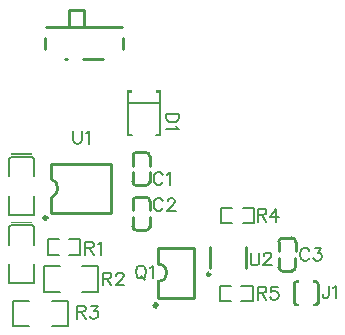
<source format=gto>
G04 Layer: TopSilkscreenLayer*
G04 EasyEDA v6.5.23, 2023-05-11 23:14:51*
G04 9144401c2488441e8b95ca08e647d0b0,10*
G04 Gerber Generator version 0.2*
G04 Scale: 100 percent, Rotated: No, Reflected: No *
G04 Dimensions in millimeters *
G04 leading zeros omitted , absolute positions ,4 integer and 5 decimal *
%FSLAX45Y45*%
%MOMM*%

%ADD10C,0.1524*%
%ADD11C,0.2540*%
%ADD12C,0.1520*%
%ADD13C,0.3000*%

%LPD*%
D10*
X1109835Y-2094786D02*
G01*
X1109835Y-2203752D01*
X1109835Y-2094786D02*
G01*
X1156571Y-2094786D01*
X1172319Y-2099866D01*
X1177399Y-2105200D01*
X1182733Y-2115614D01*
X1182733Y-2125774D01*
X1177399Y-2136188D01*
X1172319Y-2141522D01*
X1156571Y-2146602D01*
X1109835Y-2146602D01*
X1146157Y-2146602D02*
G01*
X1182733Y-2203752D01*
X1222103Y-2120694D02*
G01*
X1222103Y-2115614D01*
X1227437Y-2105200D01*
X1232517Y-2099866D01*
X1242931Y-2094786D01*
X1263759Y-2094786D01*
X1274173Y-2099866D01*
X1279253Y-2105200D01*
X1284587Y-2115614D01*
X1284587Y-2125774D01*
X1279253Y-2136188D01*
X1268839Y-2151936D01*
X1217023Y-2203752D01*
X1289667Y-2203752D01*
X889922Y-2374729D02*
G01*
X889922Y-2483695D01*
X889922Y-2374729D02*
G01*
X936658Y-2374729D01*
X952406Y-2379809D01*
X957486Y-2385143D01*
X962820Y-2395557D01*
X962820Y-2405717D01*
X957486Y-2416131D01*
X952406Y-2421465D01*
X936658Y-2426545D01*
X889922Y-2426545D01*
X926244Y-2426545D02*
G01*
X962820Y-2483695D01*
X1007524Y-2374729D02*
G01*
X1064674Y-2374729D01*
X1033432Y-2416131D01*
X1048926Y-2416131D01*
X1059340Y-2421465D01*
X1064674Y-2426545D01*
X1069754Y-2442293D01*
X1069754Y-2452707D01*
X1064674Y-2468201D01*
X1054260Y-2478615D01*
X1038512Y-2483695D01*
X1023018Y-2483695D01*
X1007524Y-2478615D01*
X1002190Y-2473281D01*
X997110Y-2462867D01*
X859998Y-894681D02*
G01*
X859998Y-972659D01*
X865078Y-988153D01*
X875492Y-998567D01*
X891240Y-1003647D01*
X901654Y-1003647D01*
X917148Y-998567D01*
X927562Y-988153D01*
X932642Y-972659D01*
X932642Y-894681D01*
X966932Y-915509D02*
G01*
X977346Y-910175D01*
X993094Y-894681D01*
X993094Y-1003647D01*
X1421229Y-2034682D02*
G01*
X1410815Y-2039762D01*
X1400401Y-2050176D01*
X1395067Y-2060590D01*
X1389987Y-2076338D01*
X1389987Y-2102246D01*
X1395067Y-2117740D01*
X1400401Y-2128154D01*
X1410815Y-2138568D01*
X1421229Y-2143648D01*
X1442057Y-2143648D01*
X1452217Y-2138568D01*
X1462631Y-2128154D01*
X1467965Y-2117740D01*
X1473045Y-2102246D01*
X1473045Y-2076338D01*
X1467965Y-2060590D01*
X1462631Y-2050176D01*
X1452217Y-2039762D01*
X1442057Y-2034682D01*
X1421229Y-2034682D01*
X1436723Y-2123074D02*
G01*
X1467965Y-2154062D01*
X1507335Y-2055510D02*
G01*
X1517749Y-2050176D01*
X1533497Y-2034682D01*
X1533497Y-2143648D01*
X2360005Y-1924667D02*
G01*
X2360005Y-2002645D01*
X2365085Y-2018139D01*
X2375499Y-2028553D01*
X2391247Y-2033633D01*
X2401661Y-2033633D01*
X2417155Y-2028553D01*
X2427569Y-2018139D01*
X2432649Y-2002645D01*
X2432649Y-1924667D01*
X2472273Y-1950575D02*
G01*
X2472273Y-1945495D01*
X2477353Y-1935081D01*
X2482687Y-1929747D01*
X2493101Y-1924667D01*
X2513675Y-1924667D01*
X2524089Y-1929747D01*
X2529423Y-1935081D01*
X2534503Y-1945495D01*
X2534503Y-1955909D01*
X2529423Y-1966323D01*
X2519009Y-1981817D01*
X2466939Y-2033633D01*
X2539837Y-2033633D01*
X1618030Y-1270601D02*
G01*
X1612696Y-1260187D01*
X1602282Y-1249773D01*
X1591868Y-1244693D01*
X1571294Y-1244693D01*
X1560880Y-1249773D01*
X1550466Y-1260187D01*
X1545132Y-1270601D01*
X1540052Y-1286349D01*
X1540052Y-1312257D01*
X1545132Y-1327751D01*
X1550466Y-1338165D01*
X1560880Y-1348579D01*
X1571294Y-1353659D01*
X1591868Y-1353659D01*
X1602282Y-1348579D01*
X1612696Y-1338165D01*
X1618030Y-1327751D01*
X1652320Y-1265521D02*
G01*
X1662734Y-1260187D01*
X1678228Y-1244693D01*
X1678228Y-1353659D01*
X1618030Y-1490565D02*
G01*
X1612696Y-1480151D01*
X1602282Y-1469737D01*
X1591868Y-1464657D01*
X1571294Y-1464657D01*
X1560880Y-1469737D01*
X1550466Y-1480151D01*
X1545132Y-1490565D01*
X1540052Y-1506313D01*
X1540052Y-1532221D01*
X1545132Y-1547715D01*
X1550466Y-1558129D01*
X1560880Y-1568543D01*
X1571294Y-1573877D01*
X1591868Y-1573877D01*
X1602282Y-1568543D01*
X1612696Y-1558129D01*
X1618030Y-1547715D01*
X1657400Y-1490565D02*
G01*
X1657400Y-1485485D01*
X1662734Y-1475071D01*
X1667814Y-1469737D01*
X1678228Y-1464657D01*
X1699056Y-1464657D01*
X1709470Y-1469737D01*
X1714550Y-1475071D01*
X1719884Y-1485485D01*
X1719884Y-1495899D01*
X1714550Y-1506313D01*
X1704136Y-1521807D01*
X1652320Y-1573877D01*
X1724964Y-1573877D01*
X2858058Y-1910681D02*
G01*
X2852724Y-1900267D01*
X2842310Y-1889853D01*
X2831896Y-1884773D01*
X2811068Y-1884773D01*
X2800908Y-1889853D01*
X2790494Y-1900267D01*
X2785160Y-1910681D01*
X2780080Y-1926175D01*
X2780080Y-1952083D01*
X2785160Y-1967831D01*
X2790494Y-1978245D01*
X2800908Y-1988659D01*
X2811068Y-1993739D01*
X2831896Y-1993739D01*
X2842310Y-1988659D01*
X2852724Y-1978245D01*
X2858058Y-1967831D01*
X2902508Y-1884773D02*
G01*
X2959658Y-1884773D01*
X2928670Y-1926175D01*
X2944164Y-1926175D01*
X2954578Y-1931509D01*
X2959658Y-1936589D01*
X2964992Y-1952083D01*
X2964992Y-1962497D01*
X2959658Y-1978245D01*
X2949498Y-1988659D01*
X2933750Y-1993739D01*
X2918256Y-1993739D01*
X2902508Y-1988659D01*
X2897428Y-1983325D01*
X2892348Y-1972911D01*
X959916Y-1834735D02*
G01*
X959916Y-1943701D01*
X959916Y-1834735D02*
G01*
X1006652Y-1834735D01*
X1022400Y-1839815D01*
X1027480Y-1845149D01*
X1032814Y-1855563D01*
X1032814Y-1865723D01*
X1027480Y-1876137D01*
X1022400Y-1881471D01*
X1006652Y-1886551D01*
X959916Y-1886551D01*
X996238Y-1886551D02*
G01*
X1032814Y-1943701D01*
X1067104Y-1855563D02*
G01*
X1077518Y-1850229D01*
X1093012Y-1834735D01*
X1093012Y-1943701D01*
X2419908Y-1554573D02*
G01*
X2419908Y-1663793D01*
X2419908Y-1554573D02*
G01*
X2466644Y-1554573D01*
X2482392Y-1559907D01*
X2487472Y-1564987D01*
X2492806Y-1575401D01*
X2492806Y-1585815D01*
X2487472Y-1596229D01*
X2482392Y-1601309D01*
X2466644Y-1606643D01*
X2419908Y-1606643D01*
X2456230Y-1606643D02*
G01*
X2492806Y-1663793D01*
X2578912Y-1554573D02*
G01*
X2527096Y-1627471D01*
X2604820Y-1627471D01*
X2578912Y-1554573D02*
G01*
X2578912Y-1663793D01*
X3022064Y-2204679D02*
G01*
X3022064Y-2287737D01*
X3016730Y-2303485D01*
X3011650Y-2308565D01*
X3001236Y-2313645D01*
X2990822Y-2313645D01*
X2980408Y-2308565D01*
X2975074Y-2303485D01*
X2969994Y-2287737D01*
X2969994Y-2277323D01*
X3056354Y-2225507D02*
G01*
X3066514Y-2220173D01*
X3082262Y-2204679D01*
X3082262Y-2313645D01*
X1753113Y-749985D02*
G01*
X1644147Y-749985D01*
X1753113Y-749985D02*
G01*
X1753113Y-786307D01*
X1748033Y-802055D01*
X1737619Y-812215D01*
X1727205Y-817549D01*
X1711457Y-822629D01*
X1685549Y-822629D01*
X1670055Y-817549D01*
X1659641Y-812215D01*
X1649227Y-802055D01*
X1644147Y-786307D01*
X1644147Y-749985D01*
X1732285Y-856919D02*
G01*
X1737619Y-867333D01*
X1753113Y-883081D01*
X1644147Y-883081D01*
X2419908Y-2214719D02*
G01*
X2419908Y-2323685D01*
X2419908Y-2214719D02*
G01*
X2466644Y-2214719D01*
X2482392Y-2219799D01*
X2487472Y-2225133D01*
X2492806Y-2235547D01*
X2492806Y-2245707D01*
X2487472Y-2256121D01*
X2482392Y-2261455D01*
X2466644Y-2266535D01*
X2419908Y-2266535D01*
X2456230Y-2266535D02*
G01*
X2492806Y-2323685D01*
X2589326Y-2214719D02*
G01*
X2537510Y-2214719D01*
X2532176Y-2261455D01*
X2537510Y-2256121D01*
X2553004Y-2251041D01*
X2568498Y-2251041D01*
X2584246Y-2256121D01*
X2594660Y-2266535D01*
X2599740Y-2282283D01*
X2599740Y-2292697D01*
X2594660Y-2308191D01*
X2584246Y-2318605D01*
X2568498Y-2323685D01*
X2553004Y-2323685D01*
X2537510Y-2318605D01*
X2532176Y-2313271D01*
X2527096Y-2302857D01*
G36*
X331368Y-1083157D02*
G01*
X331368Y-1098397D01*
X508609Y-1098397D01*
X508609Y-1083157D01*
G37*
G36*
X331368Y-1663141D02*
G01*
X331368Y-1678381D01*
X508609Y-1678381D01*
X508609Y-1663141D01*
G37*
G36*
X1561998Y-548995D02*
G01*
X1561998Y-576986D01*
X1601978Y-576021D01*
X1601978Y-548995D01*
G37*
G36*
X1316990Y-548995D02*
G01*
X1316990Y-576986D01*
X1357020Y-576986D01*
X1357020Y-548995D01*
G37*
D11*
X950013Y130566D02*
G01*
X950013Y-19433D01*
X820005Y130566D02*
G01*
X950013Y130566D01*
X940823Y-289425D02*
G01*
X1109197Y-289425D01*
X790823Y-289425D02*
G01*
X809203Y-289425D01*
X630013Y-19433D02*
G01*
X1270012Y-19433D01*
X1280015Y-108239D02*
G01*
X1280015Y-200619D01*
X620011Y-108239D02*
G01*
X620011Y-200619D01*
X820005Y-19433D02*
G01*
X820005Y130566D01*
D10*
X935118Y-2257905D02*
G01*
X1071110Y-2257905D01*
X1071110Y-2042086D01*
X935118Y-2042086D01*
X744877Y-2257905D02*
G01*
X608886Y-2257905D01*
X608886Y-2042086D01*
X744877Y-2042086D01*
X675119Y-2547904D02*
G01*
X811110Y-2547904D01*
X811110Y-2332085D01*
X675119Y-2332085D01*
X484878Y-2547904D02*
G01*
X348886Y-2547904D01*
X348886Y-2332085D01*
X484878Y-2332085D01*
X316136Y-1442620D02*
G01*
X316136Y-1606362D01*
X523862Y-1606362D01*
X523862Y-1442620D01*
X316136Y-1277383D02*
G01*
X316136Y-1128885D01*
X331378Y-1113642D01*
X508619Y-1113642D01*
X523862Y-1128885D01*
X523862Y-1277383D01*
X316136Y-2022619D02*
G01*
X316136Y-2186360D01*
X523862Y-2186360D01*
X523862Y-2022619D01*
X316136Y-1857382D02*
G01*
X316136Y-1708884D01*
X331378Y-1693641D01*
X508619Y-1693641D01*
X523862Y-1708884D01*
X523862Y-1857382D01*
D11*
X671398Y-1176596D02*
G01*
X1181404Y-1176596D01*
X1181379Y-1176596D02*
G01*
X1181379Y-1586603D01*
X1181379Y-1586603D02*
G01*
X671372Y-1586603D01*
X671398Y-1301589D02*
G01*
X671398Y-1176596D01*
X671398Y-1461609D02*
G01*
X671398Y-1586603D01*
X1579981Y-2310815D02*
G01*
X1879996Y-2310815D01*
X1879996Y-1884095D01*
X1876287Y-1884095D02*
G01*
X1579996Y-1884095D01*
X1579981Y-2023795D02*
G01*
X1579981Y-1884095D01*
X1579981Y-2310815D02*
G01*
X1579981Y-2171115D01*
X2324986Y-1879996D02*
G01*
X2324986Y-2059998D01*
X2014984Y-1879996D02*
G01*
X2014984Y-2059998D01*
X1394411Y-1077498D02*
G01*
X1474414Y-1077498D01*
X1363426Y-1188473D02*
G01*
X1363426Y-1108476D01*
X1505391Y-1188473D02*
G01*
X1505391Y-1108476D01*
X1362844Y-1246063D02*
G01*
X1362844Y-1326062D01*
X1393827Y-1357045D02*
G01*
X1473824Y-1357045D01*
X1504805Y-1246063D02*
G01*
X1504805Y-1326062D01*
X1474365Y-1736501D02*
G01*
X1394363Y-1736501D01*
X1505351Y-1625526D02*
G01*
X1505351Y-1705523D01*
X1363385Y-1625526D02*
G01*
X1363385Y-1705523D01*
X1505932Y-1567936D02*
G01*
X1505932Y-1487937D01*
X1474950Y-1456954D02*
G01*
X1394952Y-1456954D01*
X1363972Y-1567936D02*
G01*
X1363972Y-1487937D01*
X2630121Y-1800890D02*
G01*
X2710124Y-1800890D01*
X2599136Y-1911865D02*
G01*
X2599136Y-1831868D01*
X2741101Y-1911865D02*
G01*
X2741101Y-1831868D01*
X2598554Y-1969455D02*
G01*
X2598554Y-2049454D01*
X2629537Y-2080437D02*
G01*
X2709534Y-2080437D01*
X2740515Y-1969455D02*
G01*
X2740515Y-2049454D01*
D10*
X822706Y-1946008D02*
G01*
X918593Y-1946008D01*
X918593Y-1813887D01*
X822706Y-1813887D01*
X737463Y-1946008D02*
G01*
X641576Y-1946008D01*
X641576Y-1813887D01*
X737463Y-1813887D01*
X2292603Y-1676006D02*
G01*
X2388491Y-1676006D01*
X2388491Y-1543885D01*
X2292603Y-1543885D01*
X2207361Y-1676006D02*
G01*
X2111474Y-1676006D01*
X2111474Y-1543885D01*
X2207361Y-1543885D01*
D11*
X2929054Y-2191255D02*
G01*
X2929054Y-2348735D01*
X2730934Y-2348735D02*
G01*
X2730934Y-2191255D01*
D10*
X1595114Y-660808D02*
G01*
X1324879Y-660808D01*
D12*
X1356982Y-932604D02*
G01*
X1324879Y-932604D01*
X1595114Y-932604D02*
G01*
X1563011Y-932604D01*
D10*
X1595114Y-567367D02*
G01*
X1595114Y-932604D01*
X1324879Y-567367D02*
G01*
X1324879Y-932604D01*
X2197455Y-2204031D02*
G01*
X2101568Y-2204031D01*
X2101568Y-2336152D01*
X2197455Y-2336152D01*
X2282698Y-2204031D02*
G01*
X2378585Y-2204031D01*
X2378585Y-2336152D01*
X2282698Y-2336152D01*
D11*
G75*
G01*
X676402Y-1301590D02*
G02*
X676402Y-1461610I-37529J-80010D01*
D13*
G75*
G01*
X1556261Y-2356536D02*
G03*
X1556515Y-2356536I127J-15001D01*
D11*
G75*
G01*
X1579982Y-2023796D02*
G02*
X1579982Y-2168576I0J-72390D01*
G75*
G01*
X1393828Y-1357051D02*
G02*
X1362845Y-1326068I0J30983D01*
G75*
G01*
X1504810Y-1326068D02*
G02*
X1473825Y-1357051I-30983J0D01*
G75*
G01*
X1363426Y-1108481D02*
G02*
X1394412Y-1077498I30983J0D01*
G75*
G01*
X1474409Y-1077498D02*
G02*
X1505392Y-1108481I0J-30983D01*
G75*
G01*
X1474950Y-1456949D02*
G02*
X1505933Y-1487932I0J-30983D01*
G75*
G01*
X1363967Y-1487932D02*
G02*
X1394953Y-1456949I30983J0D01*
G75*
G01*
X1505351Y-1705519D02*
G02*
X1474366Y-1736501I-30983J0D01*
G75*
G01*
X1394369Y-1736501D02*
G02*
X1363386Y-1705519I0J30982D01*
G75*
G01*
X2629538Y-2080443D02*
G02*
X2598555Y-2049460I0J30983D01*
G75*
G01*
X2740520Y-2049460D02*
G02*
X2709535Y-2080443I-30983J0D01*
G75*
G01*
X2599136Y-1831873D02*
G02*
X2630122Y-1800890I30983J0D01*
G75*
G01*
X2710119Y-1800890D02*
G02*
X2741102Y-1831873I0J-30983D01*
G75*
G01*
X2729995Y-2189996D02*
G02*
X2759994Y-2169996I24987J-4980D01*
G75*
G01*
X2759994Y-2369995D02*
G02*
X2729995Y-2349995I-5006J24989D01*
G75*
G01*
X2899994Y-2369995D02*
G03*
X2929994Y-2349995I5007J24989D01*
G75*
G01*
X2929994Y-2189996D02*
G03*
X2899994Y-2169996I-24993J-4989D01*
G75*
G01
X640410Y-1631612D02*
G03X640410Y-1631612I-17018J0D01*
G75*
G01
X2017598Y-2109691D02*
G03X2017598Y-2109691I-12700J0D01*
M02*

</source>
